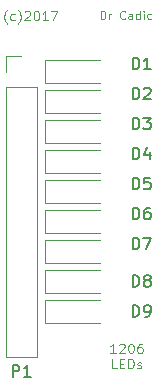
<source format=gto>
G04 #@! TF.FileFunction,Legend,Top*
%FSLAX46Y46*%
G04 Gerber Fmt 4.6, Leading zero omitted, Abs format (unit mm)*
G04 Created by KiCad (PCBNEW 4.0.4-stable) date 09/17/17 12:52:23*
%MOMM*%
%LPD*%
G01*
G04 APERTURE LIST*
%ADD10C,0.100000*%
%ADD11C,0.120000*%
%ADD12C,0.150000*%
G04 APERTURE END LIST*
D10*
X155299835Y-103504167D02*
X155299835Y-102804167D01*
X155466501Y-102804167D01*
X155566501Y-102837500D01*
X155633168Y-102904167D01*
X155666501Y-102970833D01*
X155699835Y-103104167D01*
X155699835Y-103204167D01*
X155666501Y-103337500D01*
X155633168Y-103404167D01*
X155566501Y-103470833D01*
X155466501Y-103504167D01*
X155299835Y-103504167D01*
X155999835Y-103504167D02*
X155999835Y-103037500D01*
X155999835Y-103170833D02*
X156033168Y-103104167D01*
X156066501Y-103070833D01*
X156133168Y-103037500D01*
X156199835Y-103037500D01*
X157366501Y-103437500D02*
X157333167Y-103470833D01*
X157233167Y-103504167D01*
X157166501Y-103504167D01*
X157066501Y-103470833D01*
X156999834Y-103404167D01*
X156966501Y-103337500D01*
X156933167Y-103204167D01*
X156933167Y-103104167D01*
X156966501Y-102970833D01*
X156999834Y-102904167D01*
X157066501Y-102837500D01*
X157166501Y-102804167D01*
X157233167Y-102804167D01*
X157333167Y-102837500D01*
X157366501Y-102870833D01*
X157966501Y-103504167D02*
X157966501Y-103137500D01*
X157933167Y-103070833D01*
X157866501Y-103037500D01*
X157733167Y-103037500D01*
X157666501Y-103070833D01*
X157966501Y-103470833D02*
X157899834Y-103504167D01*
X157733167Y-103504167D01*
X157666501Y-103470833D01*
X157633167Y-103404167D01*
X157633167Y-103337500D01*
X157666501Y-103270833D01*
X157733167Y-103237500D01*
X157899834Y-103237500D01*
X157966501Y-103204167D01*
X158599834Y-103504167D02*
X158599834Y-102804167D01*
X158599834Y-103470833D02*
X158533167Y-103504167D01*
X158399834Y-103504167D01*
X158333167Y-103470833D01*
X158299834Y-103437500D01*
X158266500Y-103370833D01*
X158266500Y-103170833D01*
X158299834Y-103104167D01*
X158333167Y-103070833D01*
X158399834Y-103037500D01*
X158533167Y-103037500D01*
X158599834Y-103070833D01*
X158933167Y-103504167D02*
X158933167Y-103037500D01*
X158933167Y-102804167D02*
X158899833Y-102837500D01*
X158933167Y-102870833D01*
X158966500Y-102837500D01*
X158933167Y-102804167D01*
X158933167Y-102870833D01*
X159566500Y-103470833D02*
X159499833Y-103504167D01*
X159366500Y-103504167D01*
X159299833Y-103470833D01*
X159266500Y-103437500D01*
X159233166Y-103370833D01*
X159233166Y-103170833D01*
X159266500Y-103104167D01*
X159299833Y-103070833D01*
X159366500Y-103037500D01*
X159499833Y-103037500D01*
X159566500Y-103070833D01*
X147371048Y-103917667D02*
X147332952Y-103879571D01*
X147256762Y-103765286D01*
X147218667Y-103689095D01*
X147180571Y-103574810D01*
X147142476Y-103384333D01*
X147142476Y-103231952D01*
X147180571Y-103041476D01*
X147218667Y-102927190D01*
X147256762Y-102851000D01*
X147332952Y-102736714D01*
X147371048Y-102698619D01*
X148018666Y-103574810D02*
X147942476Y-103612905D01*
X147790095Y-103612905D01*
X147713904Y-103574810D01*
X147675809Y-103536714D01*
X147637714Y-103460524D01*
X147637714Y-103231952D01*
X147675809Y-103155762D01*
X147713904Y-103117667D01*
X147790095Y-103079571D01*
X147942476Y-103079571D01*
X148018666Y-103117667D01*
X148285333Y-103917667D02*
X148323428Y-103879571D01*
X148399618Y-103765286D01*
X148437714Y-103689095D01*
X148475809Y-103574810D01*
X148513904Y-103384333D01*
X148513904Y-103231952D01*
X148475809Y-103041476D01*
X148437714Y-102927190D01*
X148399618Y-102851000D01*
X148323428Y-102736714D01*
X148285333Y-102698619D01*
X148856761Y-102889095D02*
X148894856Y-102851000D01*
X148971047Y-102812905D01*
X149161523Y-102812905D01*
X149237713Y-102851000D01*
X149275809Y-102889095D01*
X149313904Y-102965286D01*
X149313904Y-103041476D01*
X149275809Y-103155762D01*
X148818666Y-103612905D01*
X149313904Y-103612905D01*
X149809142Y-102812905D02*
X149885333Y-102812905D01*
X149961523Y-102851000D01*
X149999618Y-102889095D01*
X150037714Y-102965286D01*
X150075809Y-103117667D01*
X150075809Y-103308143D01*
X150037714Y-103460524D01*
X149999618Y-103536714D01*
X149961523Y-103574810D01*
X149885333Y-103612905D01*
X149809142Y-103612905D01*
X149732952Y-103574810D01*
X149694856Y-103536714D01*
X149656761Y-103460524D01*
X149618666Y-103308143D01*
X149618666Y-103117667D01*
X149656761Y-102965286D01*
X149694856Y-102889095D01*
X149732952Y-102851000D01*
X149809142Y-102812905D01*
X150837714Y-103612905D02*
X150380571Y-103612905D01*
X150609142Y-103612905D02*
X150609142Y-102812905D01*
X150532952Y-102927190D01*
X150456761Y-103003381D01*
X150380571Y-103041476D01*
X151104381Y-102812905D02*
X151637714Y-102812905D01*
X151294857Y-103612905D01*
X156565714Y-131791905D02*
X156108571Y-131791905D01*
X156337142Y-131791905D02*
X156337142Y-130991905D01*
X156260952Y-131106190D01*
X156184761Y-131182381D01*
X156108571Y-131220476D01*
X156870476Y-131068095D02*
X156908571Y-131030000D01*
X156984762Y-130991905D01*
X157175238Y-130991905D01*
X157251428Y-131030000D01*
X157289524Y-131068095D01*
X157327619Y-131144286D01*
X157327619Y-131220476D01*
X157289524Y-131334762D01*
X156832381Y-131791905D01*
X157327619Y-131791905D01*
X157822857Y-130991905D02*
X157899048Y-130991905D01*
X157975238Y-131030000D01*
X158013333Y-131068095D01*
X158051429Y-131144286D01*
X158089524Y-131296667D01*
X158089524Y-131487143D01*
X158051429Y-131639524D01*
X158013333Y-131715714D01*
X157975238Y-131753810D01*
X157899048Y-131791905D01*
X157822857Y-131791905D01*
X157746667Y-131753810D01*
X157708571Y-131715714D01*
X157670476Y-131639524D01*
X157632381Y-131487143D01*
X157632381Y-131296667D01*
X157670476Y-131144286D01*
X157708571Y-131068095D01*
X157746667Y-131030000D01*
X157822857Y-130991905D01*
X158775238Y-130991905D02*
X158622857Y-130991905D01*
X158546667Y-131030000D01*
X158508572Y-131068095D01*
X158432381Y-131182381D01*
X158394286Y-131334762D01*
X158394286Y-131639524D01*
X158432381Y-131715714D01*
X158470476Y-131753810D01*
X158546667Y-131791905D01*
X158699048Y-131791905D01*
X158775238Y-131753810D01*
X158813334Y-131715714D01*
X158851429Y-131639524D01*
X158851429Y-131449048D01*
X158813334Y-131372857D01*
X158775238Y-131334762D01*
X158699048Y-131296667D01*
X158546667Y-131296667D01*
X158470476Y-131334762D01*
X158432381Y-131372857D01*
X158394286Y-131449048D01*
X156641905Y-133091905D02*
X156260952Y-133091905D01*
X156260952Y-132291905D01*
X156908571Y-132672857D02*
X157175238Y-132672857D01*
X157289524Y-133091905D02*
X156908571Y-133091905D01*
X156908571Y-132291905D01*
X157289524Y-132291905D01*
X157632381Y-133091905D02*
X157632381Y-132291905D01*
X157822857Y-132291905D01*
X157937143Y-132330000D01*
X158013334Y-132406190D01*
X158051429Y-132482381D01*
X158089524Y-132634762D01*
X158089524Y-132749048D01*
X158051429Y-132901429D01*
X158013334Y-132977619D01*
X157937143Y-133053810D01*
X157822857Y-133091905D01*
X157632381Y-133091905D01*
X158394286Y-133053810D02*
X158470476Y-133091905D01*
X158622857Y-133091905D01*
X158699048Y-133053810D01*
X158737143Y-132977619D01*
X158737143Y-132939524D01*
X158699048Y-132863333D01*
X158622857Y-132825238D01*
X158508572Y-132825238D01*
X158432381Y-132787143D01*
X158394286Y-132710952D01*
X158394286Y-132672857D01*
X158432381Y-132596667D01*
X158508572Y-132558571D01*
X158622857Y-132558571D01*
X158699048Y-132596667D01*
D11*
X150570000Y-107000000D02*
X150570000Y-108900000D01*
X150570000Y-108900000D02*
X155270000Y-108900000D01*
X150570000Y-107000000D02*
X155270000Y-107000000D01*
X150570000Y-109540000D02*
X150570000Y-111440000D01*
X150570000Y-111440000D02*
X155270000Y-111440000D01*
X150570000Y-109540000D02*
X155270000Y-109540000D01*
X150570000Y-112080000D02*
X150570000Y-113980000D01*
X150570000Y-113980000D02*
X155270000Y-113980000D01*
X150570000Y-112080000D02*
X155270000Y-112080000D01*
X150570000Y-114620000D02*
X150570000Y-116520000D01*
X150570000Y-116520000D02*
X155270000Y-116520000D01*
X150570000Y-114620000D02*
X155270000Y-114620000D01*
X150570000Y-117160000D02*
X150570000Y-119060000D01*
X150570000Y-119060000D02*
X155270000Y-119060000D01*
X150570000Y-117160000D02*
X155270000Y-117160000D01*
X150570000Y-119700000D02*
X150570000Y-121600000D01*
X150570000Y-121600000D02*
X155270000Y-121600000D01*
X150570000Y-119700000D02*
X155270000Y-119700000D01*
X150570000Y-122240000D02*
X150570000Y-124140000D01*
X150570000Y-124140000D02*
X155270000Y-124140000D01*
X150570000Y-122240000D02*
X155270000Y-122240000D01*
X150570000Y-124780000D02*
X150570000Y-126680000D01*
X150570000Y-126680000D02*
X155270000Y-126680000D01*
X150570000Y-124780000D02*
X155270000Y-124780000D01*
X150570000Y-127320000D02*
X150570000Y-129220000D01*
X150570000Y-129220000D02*
X155270000Y-129220000D01*
X150570000Y-127320000D02*
X155270000Y-127320000D01*
X147260000Y-109220000D02*
X147260000Y-132140000D01*
X147260000Y-132140000D02*
X149920000Y-132140000D01*
X149920000Y-132140000D02*
X149920000Y-109220000D01*
X149920000Y-109220000D02*
X147260000Y-109220000D01*
X147260000Y-107950000D02*
X147260000Y-106620000D01*
X147260000Y-106620000D02*
X148590000Y-106620000D01*
D12*
X158011905Y-107767381D02*
X158011905Y-106767381D01*
X158250000Y-106767381D01*
X158392858Y-106815000D01*
X158488096Y-106910238D01*
X158535715Y-107005476D01*
X158583334Y-107195952D01*
X158583334Y-107338810D01*
X158535715Y-107529286D01*
X158488096Y-107624524D01*
X158392858Y-107719762D01*
X158250000Y-107767381D01*
X158011905Y-107767381D01*
X159535715Y-107767381D02*
X158964286Y-107767381D01*
X159250000Y-107767381D02*
X159250000Y-106767381D01*
X159154762Y-106910238D01*
X159059524Y-107005476D01*
X158964286Y-107053095D01*
X158011905Y-110307381D02*
X158011905Y-109307381D01*
X158250000Y-109307381D01*
X158392858Y-109355000D01*
X158488096Y-109450238D01*
X158535715Y-109545476D01*
X158583334Y-109735952D01*
X158583334Y-109878810D01*
X158535715Y-110069286D01*
X158488096Y-110164524D01*
X158392858Y-110259762D01*
X158250000Y-110307381D01*
X158011905Y-110307381D01*
X158964286Y-109402619D02*
X159011905Y-109355000D01*
X159107143Y-109307381D01*
X159345239Y-109307381D01*
X159440477Y-109355000D01*
X159488096Y-109402619D01*
X159535715Y-109497857D01*
X159535715Y-109593095D01*
X159488096Y-109735952D01*
X158916667Y-110307381D01*
X159535715Y-110307381D01*
X158011905Y-112847381D02*
X158011905Y-111847381D01*
X158250000Y-111847381D01*
X158392858Y-111895000D01*
X158488096Y-111990238D01*
X158535715Y-112085476D01*
X158583334Y-112275952D01*
X158583334Y-112418810D01*
X158535715Y-112609286D01*
X158488096Y-112704524D01*
X158392858Y-112799762D01*
X158250000Y-112847381D01*
X158011905Y-112847381D01*
X158916667Y-111847381D02*
X159535715Y-111847381D01*
X159202381Y-112228333D01*
X159345239Y-112228333D01*
X159440477Y-112275952D01*
X159488096Y-112323571D01*
X159535715Y-112418810D01*
X159535715Y-112656905D01*
X159488096Y-112752143D01*
X159440477Y-112799762D01*
X159345239Y-112847381D01*
X159059524Y-112847381D01*
X158964286Y-112799762D01*
X158916667Y-112752143D01*
X158011905Y-115387381D02*
X158011905Y-114387381D01*
X158250000Y-114387381D01*
X158392858Y-114435000D01*
X158488096Y-114530238D01*
X158535715Y-114625476D01*
X158583334Y-114815952D01*
X158583334Y-114958810D01*
X158535715Y-115149286D01*
X158488096Y-115244524D01*
X158392858Y-115339762D01*
X158250000Y-115387381D01*
X158011905Y-115387381D01*
X159440477Y-114720714D02*
X159440477Y-115387381D01*
X159202381Y-114339762D02*
X158964286Y-115054048D01*
X159583334Y-115054048D01*
X158011905Y-117927381D02*
X158011905Y-116927381D01*
X158250000Y-116927381D01*
X158392858Y-116975000D01*
X158488096Y-117070238D01*
X158535715Y-117165476D01*
X158583334Y-117355952D01*
X158583334Y-117498810D01*
X158535715Y-117689286D01*
X158488096Y-117784524D01*
X158392858Y-117879762D01*
X158250000Y-117927381D01*
X158011905Y-117927381D01*
X159488096Y-116927381D02*
X159011905Y-116927381D01*
X158964286Y-117403571D01*
X159011905Y-117355952D01*
X159107143Y-117308333D01*
X159345239Y-117308333D01*
X159440477Y-117355952D01*
X159488096Y-117403571D01*
X159535715Y-117498810D01*
X159535715Y-117736905D01*
X159488096Y-117832143D01*
X159440477Y-117879762D01*
X159345239Y-117927381D01*
X159107143Y-117927381D01*
X159011905Y-117879762D01*
X158964286Y-117832143D01*
X158011905Y-120467381D02*
X158011905Y-119467381D01*
X158250000Y-119467381D01*
X158392858Y-119515000D01*
X158488096Y-119610238D01*
X158535715Y-119705476D01*
X158583334Y-119895952D01*
X158583334Y-120038810D01*
X158535715Y-120229286D01*
X158488096Y-120324524D01*
X158392858Y-120419762D01*
X158250000Y-120467381D01*
X158011905Y-120467381D01*
X159440477Y-119467381D02*
X159250000Y-119467381D01*
X159154762Y-119515000D01*
X159107143Y-119562619D01*
X159011905Y-119705476D01*
X158964286Y-119895952D01*
X158964286Y-120276905D01*
X159011905Y-120372143D01*
X159059524Y-120419762D01*
X159154762Y-120467381D01*
X159345239Y-120467381D01*
X159440477Y-120419762D01*
X159488096Y-120372143D01*
X159535715Y-120276905D01*
X159535715Y-120038810D01*
X159488096Y-119943571D01*
X159440477Y-119895952D01*
X159345239Y-119848333D01*
X159154762Y-119848333D01*
X159059524Y-119895952D01*
X159011905Y-119943571D01*
X158964286Y-120038810D01*
X158011905Y-123007381D02*
X158011905Y-122007381D01*
X158250000Y-122007381D01*
X158392858Y-122055000D01*
X158488096Y-122150238D01*
X158535715Y-122245476D01*
X158583334Y-122435952D01*
X158583334Y-122578810D01*
X158535715Y-122769286D01*
X158488096Y-122864524D01*
X158392858Y-122959762D01*
X158250000Y-123007381D01*
X158011905Y-123007381D01*
X158916667Y-122007381D02*
X159583334Y-122007381D01*
X159154762Y-123007381D01*
X158011905Y-126182381D02*
X158011905Y-125182381D01*
X158250000Y-125182381D01*
X158392858Y-125230000D01*
X158488096Y-125325238D01*
X158535715Y-125420476D01*
X158583334Y-125610952D01*
X158583334Y-125753810D01*
X158535715Y-125944286D01*
X158488096Y-126039524D01*
X158392858Y-126134762D01*
X158250000Y-126182381D01*
X158011905Y-126182381D01*
X159154762Y-125610952D02*
X159059524Y-125563333D01*
X159011905Y-125515714D01*
X158964286Y-125420476D01*
X158964286Y-125372857D01*
X159011905Y-125277619D01*
X159059524Y-125230000D01*
X159154762Y-125182381D01*
X159345239Y-125182381D01*
X159440477Y-125230000D01*
X159488096Y-125277619D01*
X159535715Y-125372857D01*
X159535715Y-125420476D01*
X159488096Y-125515714D01*
X159440477Y-125563333D01*
X159345239Y-125610952D01*
X159154762Y-125610952D01*
X159059524Y-125658571D01*
X159011905Y-125706190D01*
X158964286Y-125801429D01*
X158964286Y-125991905D01*
X159011905Y-126087143D01*
X159059524Y-126134762D01*
X159154762Y-126182381D01*
X159345239Y-126182381D01*
X159440477Y-126134762D01*
X159488096Y-126087143D01*
X159535715Y-125991905D01*
X159535715Y-125801429D01*
X159488096Y-125706190D01*
X159440477Y-125658571D01*
X159345239Y-125610952D01*
X158011905Y-128722381D02*
X158011905Y-127722381D01*
X158250000Y-127722381D01*
X158392858Y-127770000D01*
X158488096Y-127865238D01*
X158535715Y-127960476D01*
X158583334Y-128150952D01*
X158583334Y-128293810D01*
X158535715Y-128484286D01*
X158488096Y-128579524D01*
X158392858Y-128674762D01*
X158250000Y-128722381D01*
X158011905Y-128722381D01*
X159059524Y-128722381D02*
X159250000Y-128722381D01*
X159345239Y-128674762D01*
X159392858Y-128627143D01*
X159488096Y-128484286D01*
X159535715Y-128293810D01*
X159535715Y-127912857D01*
X159488096Y-127817619D01*
X159440477Y-127770000D01*
X159345239Y-127722381D01*
X159154762Y-127722381D01*
X159059524Y-127770000D01*
X159011905Y-127817619D01*
X158964286Y-127912857D01*
X158964286Y-128150952D01*
X159011905Y-128246190D01*
X159059524Y-128293810D01*
X159154762Y-128341429D01*
X159345239Y-128341429D01*
X159440477Y-128293810D01*
X159488096Y-128246190D01*
X159535715Y-128150952D01*
X147851905Y-133802381D02*
X147851905Y-132802381D01*
X148232858Y-132802381D01*
X148328096Y-132850000D01*
X148375715Y-132897619D01*
X148423334Y-132992857D01*
X148423334Y-133135714D01*
X148375715Y-133230952D01*
X148328096Y-133278571D01*
X148232858Y-133326190D01*
X147851905Y-133326190D01*
X149375715Y-133802381D02*
X148804286Y-133802381D01*
X149090000Y-133802381D02*
X149090000Y-132802381D01*
X148994762Y-132945238D01*
X148899524Y-133040476D01*
X148804286Y-133088095D01*
M02*

</source>
